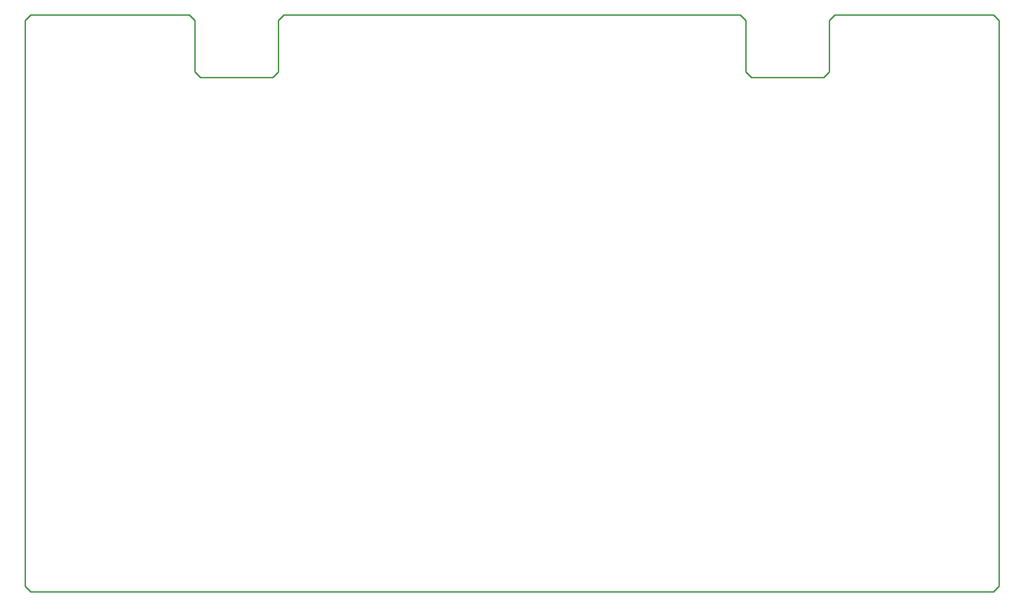
<source format=gbr>
G04 CAM350 V10.0.1 (Build 314) Date:  Fri Jul 27 19:38:14 2018 *
G04 Database: d:\lgr\2018\july\rel50494_oc_lte_baseband_board\final\final cam _updated.cam *
G04 Layer 13: ROUT *
%FSLAX25Y25*%
%MOIN*%
%SFA1.000B1.000*%

%MIA0B0*%
%IPPOS*%
%ADD12C,0.01000*%
%LNROUT*%
%LPD*%
G54D12*
X0Y4000D02*
G01Y411000D01*
X4000Y415000*
X118000*
X122000Y411000*
Y374000*
X126000Y370000*
X178000*
X182000Y374000*
Y411000*
X186000Y415000*
X514000*
X518000Y411000*
Y374000*
X522000Y370000*
X574000*
X578000Y374000*
Y411000*
X582000Y415000*
X696000*
X700000Y411000*
Y4000*
X696000Y0*
X4000*
X0Y4000*
M02*

</source>
